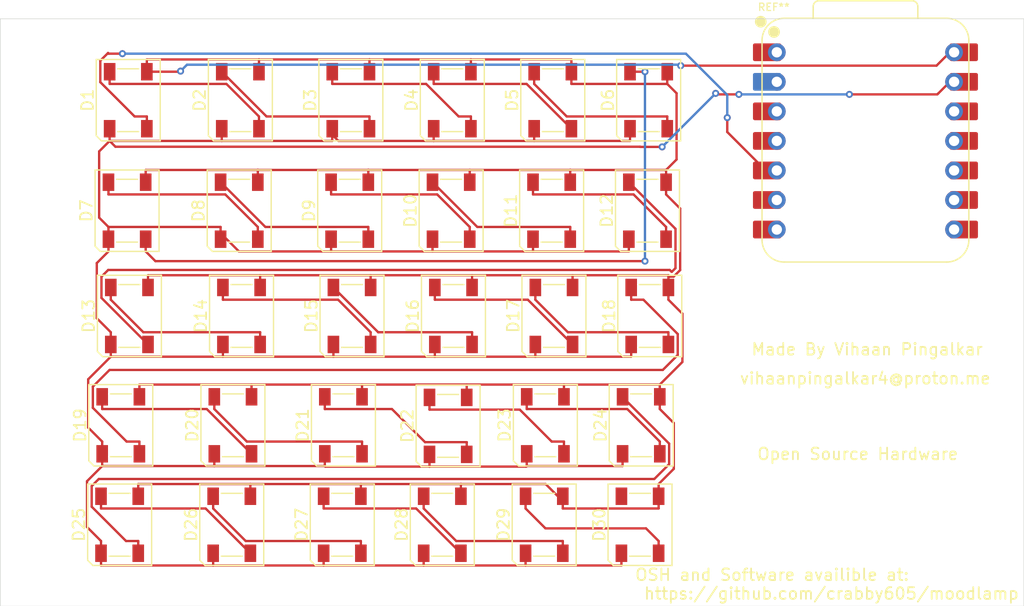
<source format=kicad_pcb>
(kicad_pcb (version 20241229) (generator "pcbnew") (generator_version "9.0")
  (layers (0 "F.Cu" signal) (2 "B.Cu" signal) (13 "F.Paste" user) (15 "B.Paste" user) (5 "F.SilkS" user "F.Silkscreen") (7 "B.SilkS" user "B.Silkscreen") (1 "F.Mask" user) (3 "B.Mask" user) (25 "Edge.Cuts" user))
  (net 0 "")
  (net 1 "GND")
  (net 2 "Net-(D1-DOUT)")
  (net 3 "DIN")
  (net 4 "+5V")
  (net 5 "Net-(D2-DOUT)")
  (net 6 "Net-(D3-DOUT)")
  (net 7 "Net-(D4-DOUT)")
  (net 8 "Net-(D5-DOUT)")
  (net 9 "Net-(D6-DOUT)")
  (net 10 "Net-(D7-DOUT)")
  (net 11 "Net-(D8-DOUT)")
  (net 12 "Net-(D10-DIN)")
  (net 13 "Net-(D10-DOUT)")
  (net 14 "Net-(D11-DOUT)")
  (net 15 "Net-(D12-DOUT)")
  (net 16 "Net-(D13-DOUT)")
  (net 17 "Net-(D14-DOUT)")
  (net 18 "Net-(D15-DOUT)")
  (net 19 "Net-(D16-DOUT)")
  (net 20 "Net-(D17-DOUT)")
  (net 21 "Net-(D18-DOUT)")
  (net 22 "Net-(D19-DOUT)")
  (net 23 "Net-(D20-DOUT)")
  (net 24 "Net-(D21-DOUT)")
  (net 25 "Net-(D22-DOUT)")
  (net 26 "Net-(D23-DOUT)")
  (net 27 "Net-(D24-DOUT)")
  (net 28 "Net-(D25-DOUT)")
  (net 29 "Net-(D26-DOUT)")
  (net 30 "Net-(D27-DOUT)")
  (net 31 "Net-(D28-DOUT)")
  (net 32 "Net-(D29-DOUT)")
  (footprint "LED_SMD:LED_SK6812_PLCC4_5.0x5.0mm_P3.2mm" (layer "F.Cu") (at 119.9 60.5 90)
    (property "Reference" "D11")
    (property "Value" "SK6812")
  )
  (footprint "LED_SMD:LED_SK6812_PLCC4_5.0x5.0mm_P3.2mm" (layer "F.Cu") (at 128.14 60.5 90)
    (property "Reference" "D12")
    (property "Value" "SK6812")
  )
  (footprint "LED_SMD:LED_SK6812_PLCC4_5.0x5.0mm_P3.2mm" (layer "F.Cu") (at 111.26 60.5 90)
    (property "Reference" "D10")
    (property "Value" "SK6812")
  )
  (footprint "LED_SMD:LED_SK6812_PLCC4_5.0x5.0mm_P3.2mm" (layer "F.Cu") (at 111 79 90)
    (property "Reference" "D22")
    (property "Value" "SK6812")
  )
  (footprint "LED_SMD:LED_SK6812_PLCC4_5.0x5.0mm_P3.2mm" (layer "F.Cu") (at 92.5 78.95 90)
    (property "Reference" "D20")
    (property "Value" "SK6812")
  )
  (footprint "LED_SMD:LED_SK6812_PLCC4_5.0x5.0mm_P3.2mm" (layer "F.Cu") (at 83.6 69.55 90)
    (property "Reference" "D13")
    (property "Value" "SK6812")
  )
  (footprint "LED_SMD:LED_SK6812_PLCC4_5.0x5.0mm_P3.2mm" (layer "F.Cu") (at 101.9 87.5 90)
    (property "Reference" "D27")
    (property "Value" "SK6812")
  )
  (footprint "LED_SMD:LED_SK6812_PLCC4_5.0x5.0mm_P3.2mm" (layer "F.Cu") (at 127.6 78.95 90)
    (property "Reference" "D24")
    (property "Value" "SK6812")
  )
  (footprint "LED_SMD:LED_SK6812_PLCC4_5.0x5.0mm_P3.2mm" (layer "F.Cu") (at 120.1 69.55 90)
    (property "Reference" "D17")
    (property "Value" "SK6812")
  )
  (footprint "LED_SMD:LED_SK6812_PLCC4_5.0x5.0mm_P3.2mm" (layer "F.Cu") (at 93.04 60.5 90)
    (property "Reference" "D8")
    (property "Value" "SK6812")
  )
  (footprint "LED_SMD:LED_SK6812_PLCC4_5.0x5.0mm_P3.2mm" (layer "F.Cu") (at 111.36 51 90)
    (property "Reference" "D4")
    (property "Value" "SK6812")
  )
  (footprint "LED_SMD:LED_SK6812_PLCC4_5.0x5.0mm_P3.2mm" (layer "F.Cu") (at 102.74 69.55 90)
    (property "Reference" "D15")
    (property "Value" "SK6812")
  )
  (footprint "LED_SMD:LED_SK6812_PLCC4_5.0x5.0mm_P3.2mm" (layer "F.Cu") (at 111.46 69.55 90)
    (property "Reference" "D16")
    (property "Value" "SK6812")
  )
  (footprint "LED_SMD:LED_SK6812_PLCC4_5.0x5.0mm_P3.2mm" (layer "F.Cu") (at 102.64 51 90)
    (property "Reference" "D3")
    (property "Value" "SK6812")
  )
  (footprint "LED_SMD:LED_SK6812_PLCC4_5.0x5.0mm_P3.2mm" (layer "F.Cu") (at 93.14 51 90)
    (property "Reference" "D2")
    (property "Value" "SK6812")
  )
  (footprint "LED_SMD:LED_SK6812_PLCC4_5.0x5.0mm_P3.2mm" (layer "F.Cu") (at 93.24 69.55 90)
    (property "Reference" "D14")
    (property "Value" "SK6812")
  )
  (footprint "LED_SMD:LED_SK6812_PLCC4_5.0x5.0mm_P3.2mm" (layer "F.Cu") (at 92.4 87.5 90)
    (property "Reference" "D26")
    (property "Value" "SK6812")
  )
  (footprint "LED_SMD:LED_SK6812_PLCC4_5.0x5.0mm_P3.2mm" (layer "F.Cu") (at 82.76 87.5 90)
    (property "Reference" "D25")
    (property "Value" "SK6812")
  )
  (footprint "LED_SMD:LED_SK6812_PLCC4_5.0x5.0mm_P3.2mm" (layer "F.Cu") (at 128.24 51 90)
    (property "Reference" "D6")
    (property "Value" "SK6812")
  )
  (footprint "Seeed Studio XIAO Series Library:XIAO-ESP32C3-DIP" (layer "F.Cu") (at 147 54.5)
    (property "Reference" "REF**")
    (property "Value" "XIAO-ESP32-C3-DIP")
  )
  (footprint "LED_SMD:LED_SK6812_PLCC4_5.0x5.0mm_P3.2mm" (layer "F.Cu") (at 102.54 60.5 90)
    (property "Reference" "D9")
    (property "Value" "SK6812")
  )
  (footprint "LED_SMD:LED_SK6812_PLCC4_5.0x5.0mm_P3.2mm" (layer "F.Cu") (at 110.5 87.5 90)
    (property "Reference" "D28")
    (property "Value" "SK6812")
  )
  (footprint "LED_SMD:LED_SK6812_PLCC4_5.0x5.0mm_P3.2mm" (layer "F.Cu") (at 83.5 51 90)
    (property "Reference" "D1")
    (property "Value" "SK6812")
  )
  (footprint "LED_SMD:LED_SK6812_PLCC4_5.0x5.0mm_P3.2mm" (layer "F.Cu") (at 128.34 69.55 90)
    (property "Reference" "D18")
    (property "Value" "SK6812")
  )
  (footprint "LED_SMD:LED_SK6812_PLCC4_5.0x5.0mm_P3.2mm" (layer "F.Cu") (at 119.36 78.95 90)
    (property "Reference" "D23")
    (property "Value" "SK6812")
  )
  (footprint "LED_SMD:LED_SK6812_PLCC4_5.0x5.0mm_P3.2mm" (layer "F.Cu") (at 120 51 90)
    (property "Reference" "D5")
    (property "Value" "SK6812")
  )
  (footprint "LED_SMD:LED_SK6812_PLCC4_5.0x5.0mm_P3.2mm" (layer "F.Cu") (at 82.86 78.95 90)
    (property "Reference" "D19")
    (property "Value" "SK6812")
  )
  (footprint "LED_SMD:LED_SK6812_PLCC4_5.0x5.0mm_P3.2mm" (layer "F.Cu") (at 119.26 87.5 90)
    (property "Reference" "D29")
    (property "Value" "SK6812")
  )
  (footprint "LED_SMD:LED_SK6812_PLCC4_5.0x5.0mm_P3.2mm" (layer "F.Cu") (at 127.5 87.5 90)
    (property "Reference" "D30")
    (property "Value" "SK6812")
  )
  (footprint "LED_SMD:LED_SK6812_PLCC4_5.0x5.0mm_P3.2mm" (layer "F.Cu") (at 83.4 60.5 90)
    (property "Reference" "D7")
    (property "Value" "SK6812")
  )
  (footprint "LED_SMD:LED_SK6812_PLCC4_5.0x5.0mm_P3.2mm" (layer "F.Cu") (at 102 78.95 90)
    (property "Reference" "D21")
    (property "Value" "SK6812")
  )
  (gr_rect (start 72.5 44) (end 160.5 94.5) (stroke (width 0.05)) (fill no) (layer "Edge.Cuts"))
  (gr_text "OSH and Software availible at:\n https://github.com/crabby605/moodlamp" (at 127 94 0) (layer "F.SilkS") (effects (font (size 1 1)) (justify left bottom)))
  (gr_text "Open Source Hardware" (at 137.5 82 0) (layer "F.SilkS") (effects (font (size 1 1)) (justify left bottom)))
  (gr_text "Made By Vihaan Pingalkar" (at 137 73 0) (layer "F.SilkS") (effects (font (size 1 1)) (justify left bottom)))
  (gr_text "vihaanpingalkar4@proton.me" (at 136 75.5 0) (layer "F.SilkS") (effects (font (size 1 1)) (justify left bottom)))
  (segment (start 100.45 82.5017) (end 109.4 82.5017) (width 0.2) (layer "F.Cu") (net 1))
  (segment (start 82 73.0517) (end 82 73.0502) (width 0.2) (layer "F.Cu") (net 1))
  (segment (start 117.66 91.0017) (end 125.9 91.0017) (width 0.2) (layer "F.Cu") (net 1))
  (segment (start 127.5 55) (end 82.3983 55) (width 0.2) (layer "F.Cu") (net 1))
  (segment (start 134.0928 50.5) (end 134.004 50.4112) (width 0.2) (layer "F.Cu") (net 1))
  (segment (start 109.76 54.5002) (end 109.76 54.5017) (width 0.2) (layer "F.Cu") (net 1))
  (segment (start 82.3983 55) (end 81.9 54.5017) (width 0.2) (layer "F.Cu") (net 1))
  (segment (start 117.71 82.5017) (end 109.402 82.5017) (width 0.2) (layer "F.Cu") (net 1))
  (segment (start 100.4 81.4) (end 100.4 82.4502) (width 0.2) (layer "F.Cu") (net 1))
  (segment (start 100.94 62.95) (end 100.94 64.0017) (width 0.2) (layer "F.Cu") (net 1))
  (segment (start 80.7966 65.0051) (end 80.7966 69.7449) (width 0.2) (layer "F.Cu") (net 1))
  (segment (start 109.4 82.5017) (end 109.4 82.5002) (width 0.2) (layer "F.Cu") (net 1))
  (segment (start 109.4 81.45) (end 109.4 82.5002) (width 0.2) (layer "F.Cu") (net 1))
  (segment (start 109.76 54.5017) (end 118.4 54.5017) (width 0.2) (layer "F.Cu") (net 1))
  (segment (start 108.902 91.0017) (end 108.9 91.0002) (width 0.2) (layer "F.Cu") (net 1))
  (segment (start 90.8 89.95) (end 90.8 91.0002) (width 0.2) (layer "F.Cu") (net 1))
  (segment (start 81.16 91.0017) (end 81.16 89.95) (width 0.2) (layer "F.Cu") (net 1))
  (segment (start 81.8 62.95) (end 81.8 61.8983) (width 0.2) (layer "F.Cu") (net 1))
  (segment (start 118.3 62.95) (end 118.3 64.0017) (width 0.2) (layer "F.Cu") (net 1))
  (segment (start 108.9 89.95) (end 108.9 91.0002) (width 0.2) (layer "F.Cu") (net 1))
  (segment (start 91.5415 54.5017) (end 101.04 54.5017) (width 0.2) (layer "F.Cu") (net 1))
  (segment (start 100.94 64.0017) (end 93.0176 64.0017) (width 0.2) (layer "F.Cu") (net 1))
  (segment (start 118.5 73.0517) (end 126.74 73.0517) (width 0.2) (layer "F.Cu") (net 1))
  (segment (start 81.8 64.0017) (end 80.7966 65.0051) (width 0.2) (layer "F.Cu") (net 1))
  (segment (start 82 72) (end 82 73.0502) (width 0.2) (layer "F.Cu") (net 1))
  (segment (start 109.86 73.0517) (end 101.142 73.0517) (width 0.2) (layer "F.Cu") (net 1))
  (segment (start 100.398 82.4517) (end 100.4 82.4502) (width 0.2) (layer "F.Cu") (net 1))
  (segment (start 79.9566 83.7551) (end 79.9566 87.6949) (width 0.2) (layer "F.Cu") (net 1))
  (segment (start 109.86 73.0502) (end 109.86 73.0517) (width 0.2) (layer "F.Cu") (net 1))
  (segment (start 91.44 62.4241) (end 91.44 61.8983) (width 0.2) (layer "F.Cu") (net 1))
  (segment (start 79.9566 87.6949) (end 81.16 88.8983) (width 0.2) (layer "F.Cu") (net 1))
  (segment (start 118.498 73.0517) (end 118.5 73.0502) (width 0.2) (layer "F.Cu") (net 1))
  (segment (start 80.7966 69.7449) (end 82 70.9483) (width 0.2) (layer "F.Cu") (net 1))
  (segment (start 153.149 50.4112) (end 153.0602 50.5) (width 0.2) (layer "F.Cu") (net 1))
  (segment (start 81.26 82.4517) (end 79.9566 83.7551) (width 0.2) (layer "F.Cu") (net 1))
  (segment (start 109.66 62.95) (end 109.66 64.0017) (width 0.2) (layer "F.Cu") (net 1))
  (segment (start 109.86 73.0502) (end 109.862 73.0517) (width 0.2) (layer "F.Cu") (net 1))
  (segment (start 126.64 54.5017) (end 118.4 54.5017) (width 0.2) (layer "F.Cu") (net 1))
  (segment (start 90.8 91.0002) (end 90.8 91.0017) (width 0.2) (layer "F.Cu") (net 1))
  (segment (start 90.9 82.4517) (end 100.398 82.4517) (width 0.2) (layer "F.Cu") (net 1))
  (segment (start 109.862 73.0517) (end 118.498 73.0517) (width 0.2) (layer "F.Cu") (net 1))
  (segment (start 118.5 73.0502) (end 118.5 73.0517) (width 0.2) (layer "F.Cu") (net 1))
  (segment (start 82 70.9483) (end 82 72) (width 0.2) (layer "F.Cu") (net 1))
  (segment (start 126.54 64.0017) (end 118.3 64.0017) (width 0.2) (layer "F.Cu") (net 1))
  (segment (start 126.64 53.9758) (end 126.64 54.5017) (width 0.2) (layer "F.Cu") (net 1))
  (segment (start 117.66 89.95) (end 117.66 91.0002) (width 0.2) (layer "F.Cu") (net 1))
  (segment (start 80.9983 61.0966) (end 81.8 61.8983) (width 0.2) (layer "F.Cu") (net 1))
  (segment (start 117.76 81.4) (end 117.76 82.4517) (width 0.2) (layer "F.Cu") (net 1))
  (segment (start 80.0566 79.1449) (end 81.26 80.3483) (width 0.2) (layer "F.Cu") (net 1))
  (segment (start 118.3 64.0017) (end 109.66 64.0017) (width 0.2) (layer "F.Cu") (net 1))
  (segment (start 90.9 81.4) (end 90.9 82.4517) (width 0.2) (layer "F.Cu") (net 1))
  (segment (start 91.64 72) (end 91.64 73.0517) (width 0.2) (layer "F.Cu") (net 1))
  (segment (start 153.0602 50.5) (end 145.5 50.5) (width 0.2) (layer "F.Cu") (net 1))
  (segment (start 126.54 62.95) (end 126.54 64.0017) (width 0.2) (layer "F.Cu") (net 1))
  (segment (start 100.3 89.95) (end 100.3 91.0002) (width 0.2) (layer "F.Cu") (net 1))
  (segment (start 100.4 82.4502) (end 100.4 82.4517) (width 0.2) (layer "F.Cu") (net 1))
  (segment (start 126 81.4) (end 126 82.4517) (width 0.2) (layer "F.Cu") (net 1))
  (segment (start 101.04 53.9758) (end 101.566 54.5017) (width 0.2) (layer "F.Cu") (net 1))
  (segment (start 101.566 54.5017) (end 109.758 54.5017) (width 0.2) (layer "F.Cu") (net 1))
  (segment (start 101.14 73.0517) (end 91.64 73.0517) (width 0.2) (layer "F.Cu") (net 1))
  (segment (start 81.9 54.5017) (end 80.9983 55.4034) (width 0.2) (layer "F.Cu") (net 1))
  (segment (start 100.94 64.0017) (end 109.66 64.0017) (width 0.2) (layer "F.Cu") (net 1))
  (segment (start 127.5143 55.0143) (end 127.5 55) (width 0.2) (layer "F.Cu") (net 1))
  (segment (start 109.76 53.45) (end 109.76 54.5002) (width 0.2) (layer "F.Cu") (net 1))
  (segment (start 100.4 82.4517) (end 100.45 82.5017) (width 0.2) (layer "F.Cu") (net 1))
  (segment (start 81.26 82.4517) (end 90.9 82.4517) (width 0.2) (layer "F.Cu") (net 1))
  (segment (start 101.04 54.5017) (end 101.04 53.9758) (width 0.2) (layer "F.Cu") (net 1))
  (segment (start 90.8 91.0017) (end 81.16 91.0017) (width 0.2) (layer "F.Cu") (net 1))
  (segment (start 126.64 53.45) (end 126.64 53.9758) (width 0.2) (layer "F.Cu") (net 1))
  (segment (start 109.86 72) (end 109.86 73.0502) (width 0.2) (layer "F.Cu") (net 1))
  (segment (start 101.14 72) (end 101.14 73.0502) (width 0.2) (layer "F.Cu") (net 1))
  (segment (start 81.9 54.5017) (end 91.54 54.5017) (width 0.2) (layer "F.Cu") (net 1))
  (segment (start 91.54 53.45) (end 91.54 54.5002) (width 0.2) (layer "F.Cu") (net 1))
  (segment (start 81.9 53.45) (end 81.9 54.5017) (width 0.2) (layer "F.Cu") (net 1))
  (segment (start 101.14 73.0502) (end 101.14 73.0517) (width 0.2) (layer "F.Cu") (net 1))
  (segment (start 108.9 91.0017) (end 108.9 91.0002) (width 0.2) (layer "F.Cu") (net 1))
  (segment (start 118.4 53.45) (end 118.4 54.5017) (width 0.2) (layer "F.Cu") (net 1))
  (segment (start 153.149 50.4112) (end 154.26 49.3) (width 0.2) (layer "F.Cu") (net 1))
  (segment (start 81.8 62.95) (end 81.8 64.0017) (width 0.2) (layer "F.Cu") (net 1))
  (segment (start 80.0566 74.9936) (end 80.0566 79.1449) (width 0.2) (layer "F.Cu") (net 1))
  (segment (start 126.74 73.0517) (end 126.74 72) (width 0.2) (layer "F.Cu") (net 1))
  (segment (start 117.66 91.0002) (end 117.66 91.0017) (width 0.2) (layer "F.Cu") (net 1))
  (segment (start 117.76 82.4517) (end 117.71 82.5017) (width 0.2) (layer "F.Cu") (net 1))
  (segment (start 125.9 91.0017) (end 125.9 89.95) (width 0.2) (layer "F.Cu") (net 1))
  (segment (start 100.3 91.0017) (end 90.8015 91.0017) (width 0.2) (layer "F.Cu") (net 1))
  (segment (start 81.16 88.8983) (end 81.16 89.95) (width 0.2) (layer "F.Cu") (net 1))
  (segment (start 82 73.0502) (end 80.0566 74.9936) (width 0.2) (layer "F.Cu") (net 1))
  (segment (start 101.142 73.0517) (end 101.14 73.0502) (width 0.2) (layer "F.Cu") (net 1))
  (segment (start 129.401 55.0143) (end 127.5143 55.0143) (width 0.2) (layer "F.Cu") (net 1))
  (segment (start 90.8015 91.0017) (end 90.8 91.0002) (width 0.2) (layer "F.Cu") (net 1))
  (segment (start 101.04 53.45) (end 101.04 53.9758) (width 0.2) (layer "F.Cu") (net 1))
  (segment (start 91.64 73.0517) (end 82 73.0517) (width 0.2) (layer "F.Cu") (net 1))
  (segment (start 93.0176 64.0017) (end 91.44 62.4241) (width 0.2) (layer "F.Cu") (net 1))
  (segment (start 100.3 91.0002) (end 100.302 91.0017) (width 0.2) (layer "F.Cu") (net 1))
  (segment (start 109.758 54.5017) (end 109.76 54.5002) (width 0.2) (layer "F.Cu") (net 1))
  (segment (start 117.658 91.0017) (end 108.902 91.0017) (width 0.2) (layer "F.Cu") (net 1))
  (segment (start 136 50.5) (end 134.0928 50.5) (width 0.2) (layer "F.Cu") (net 1))
  (segment (start 118.5 72) (end 118.5 73.0502) (width 0.2) (layer "F.Cu") (net 1))
  (segment (start 91.54 54.5017) (end 91.54 54.5002) (width 0.2) (layer "F.Cu") (net 1))
  (segment (start 91.54 54.5002) (end 91.5415 54.5017) (width 0.2) (layer "F.Cu") (net 1))
  (segment (start 117.66 91.0002) (end 117.658 91.0017) (width 0.2) (layer "F.Cu") (net 1))
  (segment (start 80.9983 55.4034) (end 80.9983 61.0966) (width 0.2) (layer "F.Cu") (net 1))
  (segment (start 100.302 91.0017) (end 108.9 91.0017) (width 0.2) (layer "F.Cu") (net 1))
  (segment (start 81.26 81.4) (end 81.26 82.4517) (width 0.2) (layer "F.Cu") (net 1))
  (segment (start 109.402 82.5017) (end 109.4 82.5002) (width 0.2) (layer "F.Cu") (net 1))
  (segment (start 100.3 91.0002) (end 100.3 91.0017) (width 0.2) (layer "F.Cu") (net 1))
  (segment (start 154.26 49.3) (end 155.095 49.3) (width 0.2) (layer "F.Cu") (net 1))
  (segment (start 91.44 62.95) (end 91.44 62.4241) (width 0.2) (layer "F.Cu") (net 1))
  (segment (start 126 82.4517) (end 117.76 82.4517) (width 0.2) (layer "F.Cu") (net 1))
  (segment (start 91.44 61.8983) (end 81.8 61.8983) (width 0.2) (layer "F.Cu") (net 1))
  (segment (start 81.26 80.3483) (end 81.26 81.4) (width 0.2) (layer "F.Cu") (net 1))
  (via (at 129.401 55.0143) (size 0.6) (drill 0.3) (layers "F.Cu" "B.Cu") (net 1))
  (via (at 136 50.5) (size 0.6) (drill 0.3) (layers "F.Cu" "B.Cu") (net 1))
  (via (at 145.5 50.5) (size 0.6) (drill 0.3) (layers "F.Cu" "B.Cu") (net 1))
  (via (at 134.004 50.4112) (size 0.6) (drill 0.3) (layers "F.Cu" "B.Cu") (net 1))
  (segment (start 134.004 50.4112) (end 129.401 55.0143) (width 0.2) (layer "B.Cu") (net 1))
  (segment (start 145.5 50.5) (end 136 50.5) (width 0.2) (layer "B.Cu") (net 1))
  (segment (start 81.9 49.6017) (end 91.9434 49.6017) (width 0.2) (layer "F.Cu") (net 2))
  (segment (start 94.74 52.3983) (end 94.74 53.45) (width 0.2) (layer "F.Cu") (net 2))
  (segment (start 91.9434 49.6017) (end 94.74 52.3983) (width 0.2) (layer "F.Cu") (net 2))
  (segment (start 81.9 48.55) (end 81.9 49.6017) (width 0.2) (layer "F.Cu") (net 2))
  (segment (start 138.185 56.92) (end 135 53.735) (width 0.2) (layer "F.Cu") (net 3))
  (segment (start 84.0483 52.3983) (end 81.0983 49.4483) (width 0.2) (layer "F.Cu") (net 3))
  (segment (start 81.8241 47) (end 81.7641 46.94) (width 0.2) (layer "F.Cu") (net 3))
  (segment (start 85.1 53.45) (end 85.1 52.3983) (width 0.2) (layer "F.Cu") (net 3))
  (segment (start 83 47) (end 81.8241 47) (width 0.2) (layer "F.Cu") (net 3))
  (segment (start 81.0983 49.4483) (end 81.0983 47.6058) (width 0.2) (layer "F.Cu") (net 3))
  (segment (start 135 53.735) (end 135 52.5) (width 0.2) (layer "F.Cu") (net 3))
  (segment (start 85.1 52.3983) (end 84.0483 52.3983) (width 0.2) (layer "F.Cu") (net 3))
  (segment (start 81.0983 47.6058) (end 81.7641 46.94) (width 0.2) (layer "F.Cu") (net 3))
  (via (at 135 52.5) (size 0.6) (drill 0.3) (layers "F.Cu" "B.Cu") (net 3))
  (via (at 83 47) (size 0.6) (drill 0.3) (layers "F.Cu" "B.Cu") (net 3))
  (segment (start 135 50.557257) (end 131.442743 47) (width 0.2) (layer "B.Cu") (net 3))
  (segment (start 131.442743 47) (end 83 47) (width 0.2) (layer "B.Cu") (net 3))
  (segment (start 135 52.5) (end 135 50.557257) (width 0.2) (layer "B.Cu") (net 3))
  (segment (start 104.24 48.55) (end 104.24 47.4998) (width 0.2) (layer "F.Cu") (net 4))
  (segment (start 120.86 85.475) (end 120.86 86.1017) (width 0.2) (layer "F.Cu") (net 4))
  (segment (start 112.6 75.4483) (end 103.6 75.4483) (width 0.2) (layer "F.Cu") (net 4))
  (segment (start 112.098 83.9983) (end 103.5 83.9983) (width 0.2) (layer "F.Cu") (net 4))
  (segment (start 154.26 46.76) (end 155.095 46.76) (width 0.2) (layer "F.Cu") (net 4))
  (segment (start 104.34 66.0483) (end 94.84 66.0483) (width 0.2) (layer "F.Cu") (net 4))
  (segment (start 129.84 49.0758) (end 129.84 49.6017) (width 0.2) (layer "F.Cu") (net 4))
  (segment (start 120.86 86.1017) (end 129.1 86.1017) (width 0.2) (layer "F.Cu") (net 4))
  (segment (start 120.96 75.4498) (end 120.958 75.4483) (width 0.2) (layer "F.Cu") (net 4))
  (segment (start 120.96 76.5) (end 120.96 75.4498) (width 0.2) (layer "F.Cu") (net 4))
  (segment (start 130.058 66.166) (end 130.39 66.166) (width 0.2) (layer "F.Cu") (net 4))
  (segment (start 88 48.5) (end 87.95 48.55) (width 0.2) (layer "F.Cu") (net 4))
  (segment (start 112.96 47.4998) (end 112.962 47.4983) (width 0.2) (layer "F.Cu") (net 4))
  (segment (start 84.46 76.5) (end 84.46 75.4483) (width 0.2) (layer "F.Cu") (net 4))
  (segment (start 129.84 48.55) (end 129.84 49.0758) (width 0.2) (layer "F.Cu") (net 4))
  (segment (start 94.64 56.9983) (end 94.64 56.9998) (width 0.2) (layer "F.Cu") (net 4))
  (segment (start 84.36 83.9983) (end 94 83.9983) (width 0.2) (layer "F.Cu") (net 4))
  (segment (start 85.1 47.4983) (end 85.1 48.55) (width 0.2) (layer "F.Cu") (net 4))
  (segment (start 104.14 56.9998) (end 104.142 56.9983) (width 0.2) (layer "F.Cu") (net 4))
  (segment (start 104.34 67.1) (end 104.34 66.0483) (width 0.2) (layer "F.Cu") (net 4))
  (segment (start 120.96 75.4498) (end 120.96 75.4483) (width 0.2) (layer "F.Cu") (net 4))
  (segment (start 120.958 75.4483) (end 112.6 75.4483) (width 0.2) (layer "F.Cu") (net 4))
  (segment (start 113.06 66.0483) (end 121.7 66.0483) (width 0.2) (layer "F.Cu") (net 4))
  (segment (start 129.94 68.1517) (end 129.94 67.1) (width 0.2) (layer "F.Cu") (net 4))
  (segment (start 121.5 56.9998) (end 121.5 56.9983) (width 0.2) (layer "F.Cu") (net 4))
  (segment (start 94 83.9983) (end 103.5 83.9983) (width 0.2) (layer "F.Cu") (net 4))
  (segment (start 84.46 75.4483) (end 94.1 75.4483) (width 0.2) (layer "F.Cu") (net 4))
  (segment (start 121.5 56.9983) (end 112.86 56.9983) (width 0.2) (layer "F.Cu") (net 4))
  (segment (start 94.64 58.05) (end 94.64 56.9998) (width 0.2) (layer "F.Cu") (net 4))
  (segment (start 129.74 59.1017) (end 129.74 58.05) (width 0.2) (layer "F.Cu") (net 4))
  (segment (start 130.95 60.3121) (end 129.74 59.1017) (width 0.2) (layer "F.Cu") (net 4))
  (segment (start 130.642 50.4034) (end 129.84 49.6017) (width 0.2) (layer "F.Cu") (net 4))
  (segment (start 129.1 83.9983) (end 129.1 85.05) (width 0.2) (layer "F.Cu") (net 4))
  (segment (start 103.5 85.05) (end 103.5 83.9983) (width 0.2) (layer "F.Cu") (net 4))
  (segment (start 94.84 67.1) (end 94.84 66.0483) (width 0.2) (layer "F.Cu") (net 4))
  (segment (start 119.383 83.9983) (end 120.86 85.475) (width 0.2) (layer "F.Cu") (net 4))
  (segment (start 94.1 76.5) (end 94.1 75.4483) (width 0.2) (layer "F.Cu") (net 4))
  (segment (start 112.1 85.05) (end 112.1 83.9998) (width 0.2) (layer "F.Cu") (net 4))
  (segment (start 129.1 86.1017) (end 129.1 85.05) (width 0.2) (layer "F.Cu") (net 4))
  (segment (start 85 56.9983) (end 94.64 56.9983) (width 0.2) (layer "F.Cu") (net 4))
  (segment (start 94.74 48.55) (end 94.74 47.4998) (width 0.2) (layer "F.Cu") (net 4))
  (segment (start 120.86 85.05) (end 120.86 85.475) (width 0.2) (layer "F.Cu") (net 4))
  (segment (start 131.143 69.3551) (end 129.94 68.1517) (width 0.2) (layer "F.Cu") (net 4))
  (segment (start 104.24 47.4983) (end 104.24 47.4998) (width 0.2) (layer "F.Cu") (net 4))
  (segment (start 104.14 56.9983) (end 94.6415 56.9983) (width 0.2) (layer "F.Cu") (net 4))
  (segment (start 152.99 48.0297) (end 131 48.0297) (width 0.2) (layer "F.Cu") (net 4))
  (segment (start 129.94 66.0483) (end 130.058 66.166) (width 0.2) (layer "F.Cu") (net 4))
  (segment (start 121.6 47.4983) (end 121.6 48.55) (width 0.2) (layer "F.Cu") (net 4))
  (segment (start 94.6415 56.9983) (end 94.64 56.9998) (width 0.2) (layer "F.Cu") (net 4))
  (segment (start 112.96 47.4998) (end 112.96 47.4983) (width 0.2) (layer "F.Cu") (net 4))
  (segment (start 129.74 56.9983) (end 121.502 56.9983) (width 0.2) (layer "F.Cu") (net 4))
  (segment (start 129.94 67.1) (end 129.94 66.0483) (width 0.2) (layer "F.Cu") (net 4))
  (segment (start 112.1 83.9983) (end 119.383 83.9983) (width 0.2) (layer "F.Cu") (net 4))
  (segment (start 113.06 66.0483) (end 104.34 66.0483) (width 0.2) (layer "F.Cu") (net 4))
  (segment (start 94.74 47.4998) (end 94.7415 47.4983) (width 0.2) (layer "F.Cu") (net 4))
  (segment (start 112.96 47.4983) (end 104.242 47.4983) (width 0.2) (layer "F.Cu") (net 4))
  (segment (start 104.142 56.9983) (end 112.86 56.9983) (width 0.2) (layer "F.Cu") (net 4))
  (segment (start 112.1 83.9998) (end 112.098 83.9983) (width 0.2) (layer "F.Cu") (net 4))
  (segment (start 113.06 67.1) (end 113.06 66.0483) (width 0.2) (layer "F.Cu") (net 4))
  (segment (start 154.26 46.76) (end 152.99 48.0297) (width 0.2) (layer "F.Cu") (net 4))
  (segment (start 112.96 48.55) (end 112.96 47.4998) (width 0.2) (layer "F.Cu") (net 4))
  (segment (start 94.7415 47.4983) (end 104.24 47.4983) (width 0.2) (layer "F.Cu") (net 4))
  (segment (start 129.2 76.5) (end 129.2 77.5517) (width 0.2) (layer "F.Cu") (net 4))
  (segment (start 130.642 56.0966) (end 130.642 50.4034) (width 0.2) (layer "F.Cu") (net 4))
  (segment (start 129.2 77.5517) (end 130.403 78.7551) (width 0.2) (layer "F.Cu") (net 4))
  (segment (start 112.6 76.55) (end 112.6 75.4483) (width 0.2) (layer "F.Cu") (net 4))
  (segment (start 94 85.05) (end 94 83.9983) (width 0.2) (layer "F.Cu") (net 4))
  (segment (start 104.242 47.4983) (end 104.24 47.4998) (width 0.2) (layer "F.Cu") (net 4))
  (segment (start 130.39 66.166) (end 130.95 65.6059) (width 0.2) (layer "F.Cu") (net 4))
  (segment (start 112.962 47.4983) (end 121.6 47.4983) (width 0.2) (layer "F.Cu") (net 4))
  (segment (start 94.1 75.4483) (end 103.6 75.4483) (width 0.2) (layer "F.Cu") (net 4))
  (segment (start 94.74 47.4998) (end 94.74 47.4983) (width 0.2) (layer "F.Cu") (net 4))
  (segment (start 129.2 75.4483) (end 131.143 73.5049) (width 0.2) (layer "F.Cu") (net 4))
  (segment (start 104.14 58.05) (end 104.14 56.9998) (width 0.2) (layer "F.Cu") (net 4))
  (segment (start 94.74 47.4983) (end 85.1 47.4983) (width 0.2) (layer "F.Cu") (net 4))
  (segment (start 85.2 66.0483) (end 94.84 66.0483) (width 0.2) (layer "F.Cu") (net 4))
  (segment (start 129.84 49.6017) (end 121.6 49.6017) (width 0.2) (layer "F.Cu") (net 4))
  (segment (start 104.14 56.9998) (end 104.14 56.9983) (width 0.2) (layer "F.Cu") (net 4))
  (segment (start 129.74 56.9983) (end 130.642 56.0966) (width 0.2) (layer "F.Cu") (net 4))
  (segment (start 87.95 48.55) (end 85.1 48.55) (width 0.2) (layer "F.Cu") (net 4))
  (segment (start 129.2 76.5) (end 129.2 75.4483) (width 0.2) (layer "F.Cu") (net 4))
  (segment (start 130.886 48.0297) (end 131 48.0297) (width 0.2) (layer "F.Cu") (net 4))
  (segment (start 85.2 67.1) (end 85.2 66.0483) (width 0.2) (layer "F.Cu") (net 4))
  (segment (start 130.403 82.6949) (end 129.1 83.9983) (width 0.2) (layer "F.Cu") (net 4))
  (segment (start 131.143 73.5049) (end 131.143 69.3551) (width 0.2) (layer "F.Cu") (net 4))
  (segment (start 112.86 58.05) (end 112.86 56.9983) (width 0.2) (layer "F.Cu") (net 4))
  (segment (start 121.7 67.1) (end 121.7 66.0483) (width 0.2) (layer "F.Cu") (net 4))
  (segment (start 130.95 65.6059) (end 130.95 60.3121) (width 0.2) (layer "F.Cu") (net 4))
  (segment (start 121.6 49.6017) (end 121.6 48.55) (width 0.2) (layer "F.Cu") (net 4))
  (segment (start 85 58.05) (end 85 56.9983) (width 0.2) (layer "F.Cu") (net 4))
  (segment (start 121.7 66.0483) (end 129.94 66.0483) (width 0.2) (layer "F.Cu") (net 4))
  (segment (start 120.96 75.4483) (end 129.2 75.4483) (width 0.2) (layer "F.Cu") (net 4))
  (segment (start 84.36 85.05) (end 84.36 83.9983) (width 0.2) (layer "F.Cu") (net 4))
  (segment (start 121.502 56.9983) (end 121.5 56.9998) (width 0.2) (layer "F.Cu") (net 4))
  (segment (start 103.6 76.5) (end 103.6 75.4483) (width 0.2) (layer "F.Cu") (net 4))
  (segment (start 121.5 58.05) (end 121.5 56.9998) (width 0.2) (layer "F.Cu") (net 4))
  (segment (start 130.403 78.7551) (end 130.403 82.6949) (width 0.2) (layer "F.Cu") (net 4))
  (segment (start 112.1 83.9998) (end 112.1 83.9983) (width 0.2) (layer "F.Cu") (net 4))
  (segment (start 129.74 58.05) (end 129.74 56.9983) (width 0.2) (layer "F.Cu") (net 4))
  (via (at 88 48.5) (size 0.6) (drill 0.3) (layers "F.Cu" "B.Cu") (net 4))
  (via (at 131 48.0297) (size 0.6) (drill 0.3) (layers "F.Cu" "B.Cu") (net 4))
  (segment (start 130.9193 47.949) (end 88.551 47.949) (width 0.2) (layer "B.Cu") (net 4))
  (segment (start 88.551 47.949) (end 88 48.5) (width 0.2) (layer "B.Cu") (net 4))
  (segment (start 131 48.0297) (end 130.9193 47.949) (width 0.2) (layer "B.Cu") (net 4))
  (segment (start 104.24 52.3983) (end 104.24 53.45) (width 0.2) (layer "F.Cu") (net 5))
  (segment (start 95.3883 52.3983) (end 104.24 52.3983) (width 0.2) (layer "F.Cu") (net 5))
  (segment (start 91.54 48.55) (end 95.3883 52.3983) (width 0.2) (layer "F.Cu") (net 5))
  (segment (start 101.04 49.6017) (end 109.112 49.6017) (width 0.2) (layer "F.Cu") (net 6))
  (segment (start 112.96 52.3983) (end 112.96 53.45) (width 0.2) (layer "F.Cu") (net 6))
  (segment (start 101.04 48.55) (end 101.04 49.6017) (width 0.2) (layer "F.Cu") (net 6))
  (segment (start 111.908 52.3983) (end 112.96 52.3983) (width 0.2) (layer "F.Cu") (net 6))
  (segment (start 109.112 49.6017) (end 111.908 52.3983) (width 0.2) (layer "F.Cu") (net 6))
  (segment (start 109.76 49.6017) (end 109.76 48.55) (width 0.2) (layer "F.Cu") (net 7))
  (segment (start 121.6 53.45) (end 117.752 49.6017) (width 0.2) (layer "F.Cu") (net 7))
  (segment (start 117.752 49.6017) (end 109.76 49.6017) (width 0.2) (layer "F.Cu") (net 7))
  (segment (start 129.84 52.3983) (end 129.84 53.45) (width 0.2) (layer "F.Cu") (net 8))
  (segment (start 118.4 48.55) (end 118.4 49.6017) (width 0.2) (layer "F.Cu") (net 8))
  (segment (start 118.4 49.6017) (end 121.197 52.3983) (width 0.2) (layer "F.Cu") (net 8))
  (segment (start 121.197 52.3983) (end 129.84 52.3983) (width 0.2) (layer "F.Cu") (net 8))
  (segment (start 126.64 48.55) (end 127.925 48.55) (width 0.2) (layer "F.Cu") (net 9))
  (segment (start 85.8351 64.8368) (end 127.925 64.8368) (width 0.2) (layer "F.Cu") (net 9))
  (segment (start 85 62.95) (end 85 64.0017) (width 0.2) (layer "F.Cu") (net 9))
  (segment (start 85 64.0017) (end 85.8351 64.8368) (width 0.2) (layer "F.Cu") (net 9))
  (via (at 127.925 64.8368) (size 0.6) (drill 0.3) (layers "F.Cu" "B.Cu") (net 9))
  (via (at 127.925 48.55) (size 0.6) (drill 0.3) (layers "F.Cu" "B.Cu") (net 9))
  (segment (start 127.925 64.8368) (end 127.925 48.55) (width 0.2) (layer "B.Cu") (net 9))
  (segment (start 91.8434 59.1017) (end 94.64 61.8983) (width 0.2) (layer "F.Cu") (net 10))
  (segment (start 81.8 59.1017) (end 91.8434 59.1017) (width 0.2) (layer "F.Cu") (net 10))
  (segment (start 94.64 61.8983) (end 94.64 62.95) (width 0.2) (layer "F.Cu") (net 10))
  (segment (start 81.8 58.05) (end 81.8 59.1017) (width 0.2) (layer "F.Cu") (net 10))
  (segment (start 104.14 62.95) (end 104.14 61.8983) (width 0.2) (layer "F.Cu") (net 11))
  (segment (start 95.2883 61.8983) (end 91.44 58.05) (width 0.2) (layer "F.Cu") (net 11))
  (segment (start 104.14 61.8983) (end 95.2883 61.8983) (width 0.2) (layer "F.Cu") (net 11))
  (segment (start 100.94 58.05) (end 100.94 59.1017) (width 0.2) (layer "F.Cu") (net 12))
  (segment (start 100.94 59.1017) (end 110.063 59.1017) (width 0.2) (layer "F.Cu") (net 12))
  (segment (start 112.86 61.8983) (end 112.86 62.95) (width 0.2) (layer "F.Cu") (net 12))
  (segment (start 110.063 59.1017) (end 112.86 61.8983) (width 0.2) (layer "F.Cu") (net 12))
  (segment (start 113.508 61.8983) (end 109.66 58.05) (width 0.2) (layer "F.Cu") (net 13))
  (segment (start 121.5 62.95) (end 121.5 61.8983) (width 0.2) (layer "F.Cu") (net 13))
  (segment (start 121.5 61.8983) (end 113.508 61.8983) (width 0.2) (layer "F.Cu") (net 13))
  (segment (start 118.3 59.1017) (end 118.3 58.05) (width 0.2) (layer "F.Cu") (net 14))
  (segment (start 129.74 61.8983) (end 126.943 59.1017) (width 0.2) (layer "F.Cu") (net 14))
  (segment (start 126.943 59.1017) (end 118.3 59.1017) (width 0.2) (layer "F.Cu") (net 14))
  (segment (start 129.74 62.95) (end 129.74 61.8983) (width 0.2) (layer "F.Cu") (net 14))
  (segment (start 130.224 65.7642) (end 130.549 65.4396) (width 0.2) (layer "F.Cu") (net 15))
  (segment (start 81.1983 66.1702) (end 81.7732 65.5953) (width 0.2) (layer "F.Cu") (net 15))
  (segment (start 81.7732 65.5953) (end 130.055 65.5953) (width 0.2) (layer "F.Cu") (net 15))
  (segment (start 85.2 72) (end 81.1983 67.9983) (width 0.2) (layer "F.Cu") (net 15))
  (segment (start 130.549 62.0587) (end 126.54 58.05) (width 0.2) (layer "F.Cu") (net 15))
  (segment (start 81.1983 67.9983) (end 81.1983 66.1702) (width 0.2) (layer "F.Cu") (net 15))
  (segment (start 130.549 65.4396) (end 130.549 62.0587) (width 0.2) (layer "F.Cu") (net 15))
  (segment (start 130.055 65.5953) (end 130.224 65.7642) (width 0.2) (layer "F.Cu") (net 15))
  (segment (start 94.84 72) (end 94.84 70.9483) (width 0.2) (layer "F.Cu") (net 16))
  (segment (start 82 68.1517) (end 82 67.1) (width 0.2) (layer "F.Cu") (net 16))
  (segment (start 84.7966 70.9483) (end 82 68.1517) (width 0.2) (layer "F.Cu") (net 16))
  (segment (start 94.84 70.9483) (end 84.7966 70.9483) (width 0.2) (layer "F.Cu") (net 16))
  (segment (start 104.34 70.9483) (end 101.543 68.1517) (width 0.2) (layer "F.Cu") (net 17))
  (segment (start 104.34 72) (end 104.34 70.9483) (width 0.2) (layer "F.Cu") (net 17))
  (segment (start 101.543 68.1517) (end 91.64 68.1517) (width 0.2) (layer "F.Cu") (net 17))
  (segment (start 91.64 68.1517) (end 91.64 67.1) (width 0.2) (layer "F.Cu") (net 17))
  (segment (start 104.988 70.9483) (end 101.14 67.1) (width 0.2) (layer "F.Cu") (net 18))
  (segment (start 113.06 70.9483) (end 104.988 70.9483) (width 0.2) (layer "F.Cu") (net 18))
  (segment (start 113.06 72) (end 113.06 70.9483) (width 0.2) (layer "F.Cu") (net 18))
  (segment (start 117.852 68.1517) (end 121.7 72) (width 0.2) (layer "F.Cu") (net 19))
  (segment (start 109.86 67.1) (end 109.86 68.1517) (width 0.2) (layer "F.Cu") (net 19))
  (segment (start 109.86 68.1517) (end 117.852 68.1517) (width 0.2) (layer "F.Cu") (net 19))
  (segment (start 118.5 68.1517) (end 118.5 67.1) (width 0.2) (layer "F.Cu") (net 20))
  (segment (start 129.94 70.9483) (end 121.297 70.9483) (width 0.2) (layer "F.Cu") (net 20))
  (segment (start 129.94 72) (end 129.94 70.9483) (width 0.2) (layer "F.Cu") (net 20))
  (segment (start 121.297 70.9483) (end 118.5 68.1517) (width 0.2) (layer "F.Cu") (net 20))
  (segment (start 129.459 74.1914) (end 130.742 72.9084) (width 0.2) (layer "F.Cu") (net 21))
  (segment (start 83.36 80.3483) (end 80.4583 77.4466) (width 0.2) (layer "F.Cu") (net 21))
  (segment (start 80.4583 77.4466) (end 80.4583 75.625) (width 0.2) (layer "F.Cu") (net 21))
  (segment (start 130.742 71.1017) (end 127.792 68.1517) (width 0.2) (layer "F.Cu") (net 21))
  (segment (start 127.792 68.1517) (end 126.74 68.1517) (width 0.2) (layer "F.Cu") (net 21))
  (segment (start 84.46 80.3483) (end 83.36 80.3483) (width 0.2) (layer "F.Cu") (net 21))
  (segment (start 130.742 72.9084) (end 130.742 71.1017) (width 0.2) (layer "F.Cu") (net 21))
  (segment (start 80.4583 75.625) (end 81.8919 74.1914) (width 0.2) (layer "F.Cu") (net 21))
  (segment (start 84.46 81.4) (end 84.46 80.3483) (width 0.2) (layer "F.Cu") (net 21))
  (segment (start 126.74 68.1517) (end 126.74 67.1) (width 0.2) (layer "F.Cu") (net 21))
  (segment (start 81.8919 74.1914) (end 129.459 74.1914) (width 0.2) (layer "F.Cu") (net 21))
  (segment (start 90.2517 77.5517) (end 94.1 81.4) (width 0.2) (layer "F.Cu") (net 22))
  (segment (start 81.26 77.5517) (end 90.2517 77.5517) (width 0.2) (layer "F.Cu") (net 22))
  (segment (start 81.26 76.5) (end 81.26 77.5517) (width 0.2) (layer "F.Cu") (net 22))
  (segment (start 103.6 80.3483) (end 103.6 81.4) (width 0.2) (layer "F.Cu") (net 23))
  (segment (start 93.6966 80.3483) (end 103.6 80.3483) (width 0.2) (layer "F.Cu") (net 23))
  (segment (start 90.9 77.5517) (end 93.6966 80.3483) (width 0.2) (layer "F.Cu") (net 23))
  (segment (start 90.9 76.5) (end 90.9 77.5517) (width 0.2) (layer "F.Cu") (net 23))
  (segment (start 106.17 77.5517) (end 100.4 77.5517) (width 0.2) (layer "F.Cu") (net 24))
  (segment (start 112.6 80.3983) (end 109.017 80.3983) (width 0.2) (layer "F.Cu") (net 24))
  (segment (start 109.017 80.3983) (end 106.17 77.5517) (width 0.2) (layer "F.Cu") (net 24))
  (segment (start 100.4 77.5517) (end 100.4 76.5) (width 0.2) (layer "F.Cu") (net 24))
  (segment (start 112.6 81.45) (end 112.6 80.3983) (width 0.2) (layer "F.Cu") (net 24))
  (segment (start 120.96 80.3483) (end 120.96 81.4) (width 0.2) (layer "F.Cu") (net 25))
  (segment (start 117.162 77.6017) (end 119.908 80.3483) (width 0.2) (layer "F.Cu") (net 25))
  (segment (start 119.908 80.3483) (end 120.96 80.3483) (width 0.2) (layer "F.Cu") (net 25))
  (segment (start 109.4 77.6017) (end 117.162 77.6017) (width 0.2) (layer "F.Cu") (net 25))
  (segment (start 109.4 76.55) (end 109.4 77.6017) (width 0.2) (layer "F.Cu") (net 25))
  (segment (start 117.76 77.5517) (end 126.403 77.5517) (width 0.2) (layer "F.Cu") (net 26))
  (segment (start 126.403 77.5517) (end 129.2 80.3483) (width 0.2) (layer "F.Cu") (net 26))
  (segment (start 117.76 76.5) (end 117.76 77.5517) (width 0.2) (layer "F.Cu") (net 26))
  (segment (start 129.2 80.3483) (end 129.2 81.4) (width 0.2) (layer "F.Cu") (net 26))
  (segment (start 128.729 83.5656) (end 130.002 82.293) (width 0.2) (layer "F.Cu") (net 27))
  (segment (start 80.3583 84.175) (end 80.9677 83.5656) (width 0.2) (layer "F.Cu") (net 27))
  (segment (start 84.36 88.8983) (end 83.3083 88.8983) (width 0.2) (layer "F.Cu") (net 27))
  (segment (start 80.3583 85.9483) (end 80.3583 84.175) (width 0.2) (layer "F.Cu") (net 27))
  (segment (start 84.36 89.95) (end 84.36 88.8983) (width 0.2) (layer "F.Cu") (net 27))
  (segment (start 126 76.5234) (end 126 76.5) (width 0.2) (layer "F.Cu") (net 27))
  (segment (start 83.3083 88.8983) (end 80.3583 85.9483) (width 0.2) (layer "F.Cu") (net 27))
  (segment (start 130.002 82.293) (end 130.002 80.525) (width 0.2) (layer "F.Cu") (net 27))
  (segment (start 80.9677 83.5656) (end 128.729 83.5656) (width 0.2) (layer "F.Cu") (net 27))
  (segment (start 130.002 80.525) (end 126 76.5234) (width 0.2) (layer "F.Cu") (net 27))
  (segment (start 94 89.95) (end 90.1517 86.1017) (width 0.2) (layer "F.Cu") (net 28))
  (segment (start 90.1517 86.1017) (end 81.16 86.1017) (width 0.2) (layer "F.Cu") (net 28))
  (segment (start 81.16 86.1017) (end 81.16 85.05) (width 0.2) (layer "F.Cu") (net 28))
  (segment (start 93.5966 88.8983) (end 90.8 86.1017) (width 0.2) (layer "F.Cu") (net 29))
  (segment (start 90.8 86.1017) (end 90.8 85.05) (width 0.2) (layer "F.Cu") (net 29))
  (segment (start 103.5 88.8983) (end 93.5966 88.8983) (width 0.2) (layer "F.Cu") (net 29))
  (segment (start 103.5 89.95) (end 103.5 88.8983) (width 0.2) (layer "F.Cu") (net 29))
  (segment (start 112.1 89.95) (end 108.252 86.1017) (width 0.2) (layer "F.Cu") (net 30))
  (segment (start 100.3 86.1017) (end 100.3 85.05) (width 0.2) (layer "F.Cu") (net 30))
  (segment (start 108.252 86.1017) (end 100.3 86.1017) (width 0.2) (layer "F.Cu") (net 30))
  (segment (start 108.9 86.1017) (end 108.9 85.05) (width 0.2) (layer "F.Cu") (net 31))
  (segment (start 120.86 88.8983) (end 111.697 88.8983) (width 0.2) (layer "F.Cu") (net 31))
  (segment (start 120.86 89.95) (end 120.86 88.8983) (width 0.2) (layer "F.Cu") (net 31))
  (segment (start 111.697 88.8983) (end 108.9 86.1017) (width 0.2) (layer "F.Cu") (net 31))
  (segment (start 129.1 88.8983) (end 128.014 87.812) (width 0.2) (layer "F.Cu") (net 32))
  (segment (start 119.37 87.812) (end 117.66 86.1017) (width 0.2) (layer "F.Cu") (net 32))
  (segment (start 129.1 89.95) (end 129.1 88.8983) (width 0.2) (layer "F.Cu") (net 32))
  (segment (start 117.66 86.1017) (end 117.66 85.05) (width 0.2) (layer "F.Cu") (net 32))
  (segment (start 128.014 87.812) (end 119.37 87.812) (width 0.2) (layer "F.Cu") (net 32))
)
</source>
